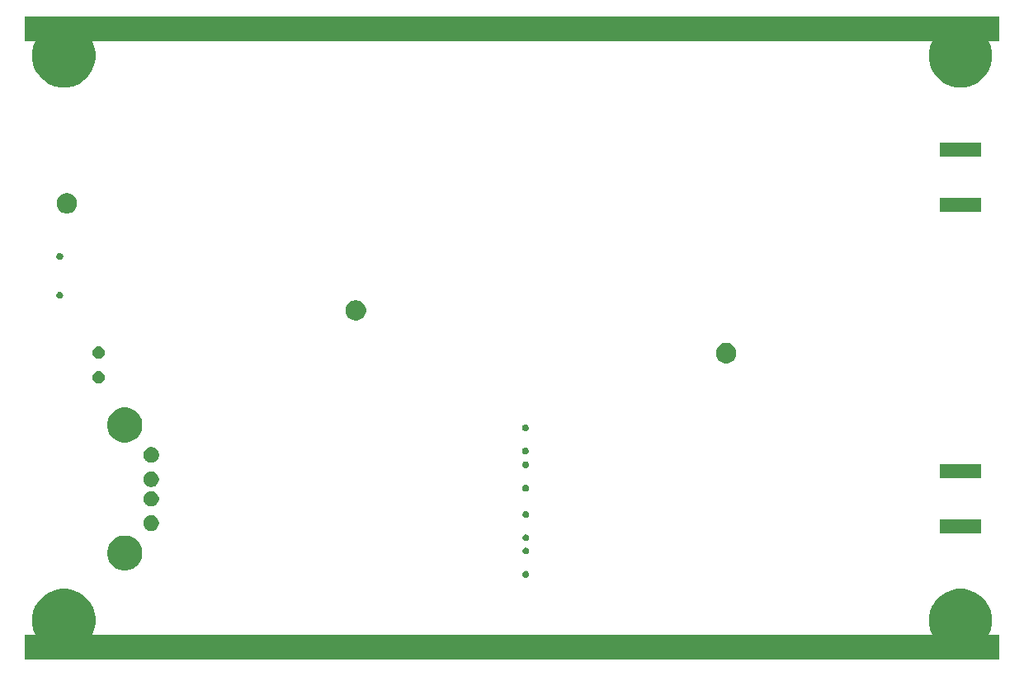
<source format=gbr>
G04 #@! TF.GenerationSoftware,KiCad,Pcbnew,(5.1.0)-1*
G04 #@! TF.CreationDate,2019-04-19T11:20:35+10:00*
G04 #@! TF.ProjectId,VNA,564e412e-6b69-4636-9164-5f7063625858,rev?*
G04 #@! TF.SameCoordinates,Original*
G04 #@! TF.FileFunction,Soldermask,Bot*
G04 #@! TF.FilePolarity,Negative*
%FSLAX46Y46*%
G04 Gerber Fmt 4.6, Leading zero omitted, Abs format (unit mm)*
G04 Created by KiCad (PCBNEW (5.1.0)-1) date 2019-04-19 11:20:35*
%MOMM*%
%LPD*%
G04 APERTURE LIST*
%ADD10C,0.100000*%
G04 APERTURE END LIST*
D10*
G36*
X95148282Y-120673934D02*
G01*
X95148285Y-120673935D01*
X95148284Y-120673935D01*
X95739923Y-120918999D01*
X95739926Y-120919001D01*
X96272392Y-121274784D01*
X96725216Y-121727608D01*
X96946327Y-122058524D01*
X97081001Y-122260077D01*
X97181463Y-122502615D01*
X97326066Y-122851718D01*
X97451000Y-123479804D01*
X97451000Y-124120196D01*
X97326066Y-124748282D01*
X97326065Y-124748284D01*
X97100400Y-125293088D01*
X97100115Y-125294026D01*
X97100019Y-125295001D01*
X97100115Y-125295976D01*
X97100400Y-125296914D01*
X97100861Y-125297778D01*
X97101483Y-125298536D01*
X97102241Y-125299158D01*
X97103105Y-125299619D01*
X97104043Y-125299904D01*
X97105018Y-125300000D01*
X183294982Y-125300000D01*
X183295957Y-125299904D01*
X183296895Y-125299619D01*
X183297759Y-125299158D01*
X183298517Y-125298536D01*
X183299139Y-125297778D01*
X183299600Y-125296914D01*
X183299885Y-125295976D01*
X183299981Y-125295001D01*
X183299885Y-125294026D01*
X183299600Y-125293088D01*
X183073935Y-124748284D01*
X183073934Y-124748282D01*
X182949000Y-124120196D01*
X182949000Y-123479804D01*
X183073934Y-122851718D01*
X183218537Y-122502615D01*
X183318999Y-122260077D01*
X183453673Y-122058524D01*
X183674784Y-121727608D01*
X184127608Y-121274784D01*
X184660074Y-120919001D01*
X184660077Y-120918999D01*
X185251716Y-120673935D01*
X185251715Y-120673935D01*
X185251718Y-120673934D01*
X185879804Y-120549000D01*
X186520196Y-120549000D01*
X187148282Y-120673934D01*
X187148285Y-120673935D01*
X187148284Y-120673935D01*
X187739923Y-120918999D01*
X187739926Y-120919001D01*
X188272392Y-121274784D01*
X188725216Y-121727608D01*
X188946327Y-122058524D01*
X189081001Y-122260077D01*
X189181463Y-122502615D01*
X189326066Y-122851718D01*
X189451000Y-123479804D01*
X189451000Y-124120196D01*
X189326066Y-124748282D01*
X189326065Y-124748284D01*
X189100400Y-125293088D01*
X189100115Y-125294026D01*
X189100019Y-125295001D01*
X189100115Y-125295976D01*
X189100400Y-125296914D01*
X189100861Y-125297778D01*
X189101483Y-125298536D01*
X189102241Y-125299158D01*
X189103105Y-125299619D01*
X189104043Y-125299904D01*
X189105018Y-125300000D01*
X190200000Y-125300000D01*
X190200000Y-127800000D01*
X90200000Y-127800000D01*
X90200000Y-125300000D01*
X91294982Y-125300000D01*
X91295957Y-125299904D01*
X91296895Y-125299619D01*
X91297759Y-125299158D01*
X91298517Y-125298536D01*
X91299139Y-125297778D01*
X91299600Y-125296914D01*
X91299885Y-125295976D01*
X91299981Y-125295001D01*
X91299885Y-125294026D01*
X91299600Y-125293088D01*
X91073935Y-124748284D01*
X91073934Y-124748282D01*
X90949000Y-124120196D01*
X90949000Y-123479804D01*
X91073934Y-122851718D01*
X91218537Y-122502615D01*
X91318999Y-122260077D01*
X91453673Y-122058524D01*
X91674784Y-121727608D01*
X92127608Y-121274784D01*
X92660074Y-120919001D01*
X92660077Y-120918999D01*
X93251716Y-120673935D01*
X93251715Y-120673935D01*
X93251718Y-120673934D01*
X93879804Y-120549000D01*
X94520196Y-120549000D01*
X95148282Y-120673934D01*
X95148282Y-120673934D01*
G37*
G36*
X141702385Y-118712488D02*
G01*
X141766262Y-118738947D01*
X141823746Y-118777357D01*
X141872643Y-118826254D01*
X141911053Y-118883738D01*
X141937512Y-118947615D01*
X141951000Y-119015429D01*
X141951000Y-119084571D01*
X141937512Y-119152385D01*
X141911053Y-119216262D01*
X141872643Y-119273746D01*
X141823746Y-119322643D01*
X141766262Y-119361053D01*
X141702385Y-119387512D01*
X141634571Y-119401000D01*
X141565429Y-119401000D01*
X141497615Y-119387512D01*
X141433738Y-119361053D01*
X141376254Y-119322643D01*
X141327357Y-119273746D01*
X141288947Y-119216262D01*
X141262488Y-119152385D01*
X141249000Y-119084571D01*
X141249000Y-119015429D01*
X141262488Y-118947615D01*
X141288947Y-118883738D01*
X141327357Y-118826254D01*
X141376254Y-118777357D01*
X141433738Y-118738947D01*
X141497615Y-118712488D01*
X141565429Y-118699000D01*
X141634571Y-118699000D01*
X141702385Y-118712488D01*
X141702385Y-118712488D01*
G37*
G36*
X100975334Y-115138212D02*
G01*
X101303090Y-115273973D01*
X101598070Y-115471072D01*
X101848928Y-115721930D01*
X102046027Y-116016910D01*
X102181788Y-116344666D01*
X102251000Y-116692617D01*
X102251000Y-117047383D01*
X102181788Y-117395334D01*
X102046027Y-117723090D01*
X101848928Y-118018070D01*
X101598070Y-118268928D01*
X101303090Y-118466027D01*
X100975334Y-118601788D01*
X100627383Y-118671000D01*
X100272617Y-118671000D01*
X99924666Y-118601788D01*
X99596910Y-118466027D01*
X99301930Y-118268928D01*
X99051072Y-118018070D01*
X98853973Y-117723090D01*
X98718212Y-117395334D01*
X98649000Y-117047383D01*
X98649000Y-116692617D01*
X98718212Y-116344666D01*
X98853973Y-116016910D01*
X99051072Y-115721930D01*
X99301930Y-115471072D01*
X99596910Y-115273973D01*
X99924666Y-115138212D01*
X100272617Y-115069000D01*
X100627383Y-115069000D01*
X100975334Y-115138212D01*
X100975334Y-115138212D01*
G37*
G36*
X141702385Y-116312488D02*
G01*
X141766262Y-116338947D01*
X141823746Y-116377357D01*
X141872643Y-116426254D01*
X141911053Y-116483738D01*
X141937512Y-116547615D01*
X141951000Y-116615429D01*
X141951000Y-116684571D01*
X141937512Y-116752385D01*
X141911053Y-116816262D01*
X141872643Y-116873746D01*
X141823746Y-116922643D01*
X141766262Y-116961053D01*
X141702385Y-116987512D01*
X141634571Y-117001000D01*
X141565429Y-117001000D01*
X141497615Y-116987512D01*
X141433738Y-116961053D01*
X141376254Y-116922643D01*
X141327357Y-116873746D01*
X141288947Y-116816262D01*
X141262488Y-116752385D01*
X141249000Y-116684571D01*
X141249000Y-116615429D01*
X141262488Y-116547615D01*
X141288947Y-116483738D01*
X141327357Y-116426254D01*
X141376254Y-116377357D01*
X141433738Y-116338947D01*
X141497615Y-116312488D01*
X141565429Y-116299000D01*
X141634571Y-116299000D01*
X141702385Y-116312488D01*
X141702385Y-116312488D01*
G37*
G36*
X141702385Y-114962488D02*
G01*
X141766262Y-114988947D01*
X141823746Y-115027357D01*
X141872643Y-115076254D01*
X141911053Y-115133738D01*
X141937512Y-115197615D01*
X141951000Y-115265429D01*
X141951000Y-115334571D01*
X141937512Y-115402385D01*
X141911053Y-115466262D01*
X141872643Y-115523746D01*
X141823746Y-115572643D01*
X141766262Y-115611053D01*
X141702385Y-115637512D01*
X141634571Y-115651000D01*
X141565429Y-115651000D01*
X141497615Y-115637512D01*
X141433738Y-115611053D01*
X141376254Y-115572643D01*
X141327357Y-115523746D01*
X141288947Y-115466262D01*
X141262488Y-115402385D01*
X141249000Y-115334571D01*
X141249000Y-115265429D01*
X141262488Y-115197615D01*
X141288947Y-115133738D01*
X141327357Y-115076254D01*
X141376254Y-115027357D01*
X141433738Y-114988947D01*
X141497615Y-114962488D01*
X141565429Y-114949000D01*
X141634571Y-114949000D01*
X141702385Y-114962488D01*
X141702385Y-114962488D01*
G37*
G36*
X188351000Y-114851000D02*
G01*
X184049000Y-114851000D01*
X184049000Y-113399000D01*
X188351000Y-113399000D01*
X188351000Y-114851000D01*
X188351000Y-114851000D01*
G37*
G36*
X103383645Y-113029782D02*
G01*
X103529413Y-113090161D01*
X103529416Y-113090163D01*
X103660608Y-113177822D01*
X103772178Y-113289392D01*
X103845415Y-113399000D01*
X103859839Y-113420587D01*
X103920218Y-113566355D01*
X103951000Y-113721108D01*
X103951000Y-113878892D01*
X103920218Y-114033645D01*
X103859839Y-114179413D01*
X103859837Y-114179416D01*
X103772178Y-114310608D01*
X103660608Y-114422178D01*
X103529416Y-114509837D01*
X103529413Y-114509839D01*
X103383645Y-114570218D01*
X103228892Y-114601000D01*
X103071108Y-114601000D01*
X102916355Y-114570218D01*
X102770587Y-114509839D01*
X102770584Y-114509837D01*
X102639392Y-114422178D01*
X102527822Y-114310608D01*
X102440163Y-114179416D01*
X102440161Y-114179413D01*
X102379782Y-114033645D01*
X102349000Y-113878892D01*
X102349000Y-113721108D01*
X102379782Y-113566355D01*
X102440161Y-113420587D01*
X102454585Y-113399000D01*
X102527822Y-113289392D01*
X102639392Y-113177822D01*
X102770584Y-113090163D01*
X102770587Y-113090161D01*
X102916355Y-113029782D01*
X103071108Y-112999000D01*
X103228892Y-112999000D01*
X103383645Y-113029782D01*
X103383645Y-113029782D01*
G37*
G36*
X141702385Y-112562488D02*
G01*
X141766262Y-112588947D01*
X141823746Y-112627357D01*
X141872643Y-112676254D01*
X141911053Y-112733738D01*
X141937512Y-112797615D01*
X141951000Y-112865429D01*
X141951000Y-112934571D01*
X141937512Y-113002385D01*
X141911053Y-113066262D01*
X141872643Y-113123746D01*
X141823746Y-113172643D01*
X141766262Y-113211053D01*
X141702385Y-113237512D01*
X141634571Y-113251000D01*
X141565429Y-113251000D01*
X141497615Y-113237512D01*
X141433738Y-113211053D01*
X141376254Y-113172643D01*
X141327357Y-113123746D01*
X141288947Y-113066262D01*
X141262488Y-113002385D01*
X141249000Y-112934571D01*
X141249000Y-112865429D01*
X141262488Y-112797615D01*
X141288947Y-112733738D01*
X141327357Y-112676254D01*
X141376254Y-112627357D01*
X141433738Y-112588947D01*
X141497615Y-112562488D01*
X141565429Y-112549000D01*
X141634571Y-112549000D01*
X141702385Y-112562488D01*
X141702385Y-112562488D01*
G37*
G36*
X103383645Y-110529782D02*
G01*
X103529413Y-110590161D01*
X103529416Y-110590163D01*
X103660608Y-110677822D01*
X103772178Y-110789392D01*
X103859837Y-110920584D01*
X103859839Y-110920587D01*
X103920218Y-111066355D01*
X103951000Y-111221108D01*
X103951000Y-111378892D01*
X103920218Y-111533645D01*
X103859839Y-111679413D01*
X103859837Y-111679416D01*
X103772178Y-111810608D01*
X103660608Y-111922178D01*
X103529416Y-112009837D01*
X103529413Y-112009839D01*
X103383645Y-112070218D01*
X103228892Y-112101000D01*
X103071108Y-112101000D01*
X102916355Y-112070218D01*
X102770587Y-112009839D01*
X102770584Y-112009837D01*
X102639392Y-111922178D01*
X102527822Y-111810608D01*
X102440163Y-111679416D01*
X102440161Y-111679413D01*
X102379782Y-111533645D01*
X102349000Y-111378892D01*
X102349000Y-111221108D01*
X102379782Y-111066355D01*
X102440161Y-110920587D01*
X102440163Y-110920584D01*
X102527822Y-110789392D01*
X102639392Y-110677822D01*
X102770584Y-110590163D01*
X102770587Y-110590161D01*
X102916355Y-110529782D01*
X103071108Y-110499000D01*
X103228892Y-110499000D01*
X103383645Y-110529782D01*
X103383645Y-110529782D01*
G37*
G36*
X141677385Y-109862488D02*
G01*
X141741262Y-109888947D01*
X141798746Y-109927357D01*
X141847643Y-109976254D01*
X141886053Y-110033738D01*
X141912512Y-110097615D01*
X141926000Y-110165429D01*
X141926000Y-110234571D01*
X141912512Y-110302385D01*
X141886053Y-110366262D01*
X141847643Y-110423746D01*
X141798746Y-110472643D01*
X141741262Y-110511053D01*
X141677385Y-110537512D01*
X141609571Y-110551000D01*
X141540429Y-110551000D01*
X141472615Y-110537512D01*
X141408738Y-110511053D01*
X141351254Y-110472643D01*
X141302357Y-110423746D01*
X141263947Y-110366262D01*
X141237488Y-110302385D01*
X141224000Y-110234571D01*
X141224000Y-110165429D01*
X141237488Y-110097615D01*
X141263947Y-110033738D01*
X141302357Y-109976254D01*
X141351254Y-109927357D01*
X141408738Y-109888947D01*
X141472615Y-109862488D01*
X141540429Y-109849000D01*
X141609571Y-109849000D01*
X141677385Y-109862488D01*
X141677385Y-109862488D01*
G37*
G36*
X103383645Y-108529782D02*
G01*
X103529413Y-108590161D01*
X103529416Y-108590163D01*
X103660608Y-108677822D01*
X103772178Y-108789392D01*
X103859837Y-108920584D01*
X103859839Y-108920587D01*
X103920218Y-109066355D01*
X103951000Y-109221108D01*
X103951000Y-109378892D01*
X103920218Y-109533645D01*
X103859839Y-109679413D01*
X103859837Y-109679416D01*
X103772178Y-109810608D01*
X103660608Y-109922178D01*
X103529416Y-110009837D01*
X103529413Y-110009839D01*
X103383645Y-110070218D01*
X103228892Y-110101000D01*
X103071108Y-110101000D01*
X102916355Y-110070218D01*
X102770587Y-110009839D01*
X102770584Y-110009837D01*
X102639392Y-109922178D01*
X102527822Y-109810608D01*
X102440163Y-109679416D01*
X102440161Y-109679413D01*
X102379782Y-109533645D01*
X102349000Y-109378892D01*
X102349000Y-109221108D01*
X102379782Y-109066355D01*
X102440161Y-108920587D01*
X102440163Y-108920584D01*
X102527822Y-108789392D01*
X102639392Y-108677822D01*
X102770584Y-108590163D01*
X102770587Y-108590161D01*
X102916355Y-108529782D01*
X103071108Y-108499000D01*
X103228892Y-108499000D01*
X103383645Y-108529782D01*
X103383645Y-108529782D01*
G37*
G36*
X188351000Y-109201000D02*
G01*
X184049000Y-109201000D01*
X184049000Y-107749000D01*
X188351000Y-107749000D01*
X188351000Y-109201000D01*
X188351000Y-109201000D01*
G37*
G36*
X141677385Y-107462488D02*
G01*
X141741262Y-107488947D01*
X141798746Y-107527357D01*
X141847643Y-107576254D01*
X141886053Y-107633738D01*
X141912512Y-107697615D01*
X141926000Y-107765429D01*
X141926000Y-107834571D01*
X141912512Y-107902385D01*
X141886053Y-107966262D01*
X141847643Y-108023746D01*
X141798746Y-108072643D01*
X141741262Y-108111053D01*
X141677385Y-108137512D01*
X141609571Y-108151000D01*
X141540429Y-108151000D01*
X141472615Y-108137512D01*
X141408738Y-108111053D01*
X141351254Y-108072643D01*
X141302357Y-108023746D01*
X141263947Y-107966262D01*
X141237488Y-107902385D01*
X141224000Y-107834571D01*
X141224000Y-107765429D01*
X141237488Y-107697615D01*
X141263947Y-107633738D01*
X141302357Y-107576254D01*
X141351254Y-107527357D01*
X141408738Y-107488947D01*
X141472615Y-107462488D01*
X141540429Y-107449000D01*
X141609571Y-107449000D01*
X141677385Y-107462488D01*
X141677385Y-107462488D01*
G37*
G36*
X103393645Y-106029782D02*
G01*
X103539413Y-106090161D01*
X103539416Y-106090163D01*
X103670608Y-106177822D01*
X103782178Y-106289392D01*
X103869837Y-106420584D01*
X103869839Y-106420587D01*
X103930218Y-106566355D01*
X103961000Y-106721108D01*
X103961000Y-106878892D01*
X103930218Y-107033645D01*
X103869839Y-107179413D01*
X103869837Y-107179416D01*
X103782178Y-107310608D01*
X103670608Y-107422178D01*
X103539416Y-107509837D01*
X103539413Y-107509839D01*
X103393645Y-107570218D01*
X103238892Y-107601000D01*
X103081108Y-107601000D01*
X102926355Y-107570218D01*
X102780587Y-107509839D01*
X102780584Y-107509837D01*
X102649392Y-107422178D01*
X102537822Y-107310608D01*
X102450163Y-107179416D01*
X102450161Y-107179413D01*
X102389782Y-107033645D01*
X102359000Y-106878892D01*
X102359000Y-106721108D01*
X102389782Y-106566355D01*
X102450161Y-106420587D01*
X102450163Y-106420584D01*
X102537822Y-106289392D01*
X102649392Y-106177822D01*
X102780584Y-106090163D01*
X102780587Y-106090161D01*
X102926355Y-106029782D01*
X103081108Y-105999000D01*
X103238892Y-105999000D01*
X103393645Y-106029782D01*
X103393645Y-106029782D01*
G37*
G36*
X141652385Y-106062488D02*
G01*
X141716262Y-106088947D01*
X141773746Y-106127357D01*
X141822643Y-106176254D01*
X141861053Y-106233738D01*
X141887512Y-106297615D01*
X141901000Y-106365429D01*
X141901000Y-106434571D01*
X141887512Y-106502385D01*
X141861053Y-106566262D01*
X141822643Y-106623746D01*
X141773746Y-106672643D01*
X141716262Y-106711053D01*
X141652385Y-106737512D01*
X141584571Y-106751000D01*
X141515429Y-106751000D01*
X141447615Y-106737512D01*
X141383738Y-106711053D01*
X141326254Y-106672643D01*
X141277357Y-106623746D01*
X141238947Y-106566262D01*
X141212488Y-106502385D01*
X141199000Y-106434571D01*
X141199000Y-106365429D01*
X141212488Y-106297615D01*
X141238947Y-106233738D01*
X141277357Y-106176254D01*
X141326254Y-106127357D01*
X141383738Y-106088947D01*
X141447615Y-106062488D01*
X141515429Y-106049000D01*
X141584571Y-106049000D01*
X141652385Y-106062488D01*
X141652385Y-106062488D01*
G37*
G36*
X100975334Y-101998212D02*
G01*
X101303090Y-102133973D01*
X101598070Y-102331072D01*
X101848928Y-102581930D01*
X102046027Y-102876910D01*
X102181788Y-103204666D01*
X102251000Y-103552617D01*
X102251000Y-103907383D01*
X102181788Y-104255334D01*
X102046027Y-104583090D01*
X101848928Y-104878070D01*
X101598070Y-105128928D01*
X101303090Y-105326027D01*
X100975334Y-105461788D01*
X100627383Y-105531000D01*
X100272617Y-105531000D01*
X99924666Y-105461788D01*
X99596910Y-105326027D01*
X99301930Y-105128928D01*
X99051072Y-104878070D01*
X98853973Y-104583090D01*
X98718212Y-104255334D01*
X98649000Y-103907383D01*
X98649000Y-103552617D01*
X98718212Y-103204666D01*
X98853973Y-102876910D01*
X99051072Y-102581930D01*
X99301930Y-102331072D01*
X99596910Y-102133973D01*
X99924666Y-101998212D01*
X100272617Y-101929000D01*
X100627383Y-101929000D01*
X100975334Y-101998212D01*
X100975334Y-101998212D01*
G37*
G36*
X141652385Y-103662488D02*
G01*
X141716262Y-103688947D01*
X141773746Y-103727357D01*
X141822643Y-103776254D01*
X141861053Y-103833738D01*
X141887512Y-103897615D01*
X141901000Y-103965429D01*
X141901000Y-104034571D01*
X141887512Y-104102385D01*
X141861053Y-104166262D01*
X141822643Y-104223746D01*
X141773746Y-104272643D01*
X141716262Y-104311053D01*
X141652385Y-104337512D01*
X141584571Y-104351000D01*
X141515429Y-104351000D01*
X141447615Y-104337512D01*
X141383738Y-104311053D01*
X141326254Y-104272643D01*
X141277357Y-104223746D01*
X141238947Y-104166262D01*
X141212488Y-104102385D01*
X141199000Y-104034571D01*
X141199000Y-103965429D01*
X141212488Y-103897615D01*
X141238947Y-103833738D01*
X141277357Y-103776254D01*
X141326254Y-103727357D01*
X141383738Y-103688947D01*
X141447615Y-103662488D01*
X141515429Y-103649000D01*
X141584571Y-103649000D01*
X141652385Y-103662488D01*
X141652385Y-103662488D01*
G37*
G36*
X97935283Y-98189210D02*
G01*
X98050877Y-98237091D01*
X98154916Y-98306608D01*
X98243392Y-98395084D01*
X98312909Y-98499123D01*
X98360790Y-98614717D01*
X98385200Y-98737438D01*
X98385200Y-98862562D01*
X98360790Y-98985283D01*
X98312909Y-99100877D01*
X98243392Y-99204916D01*
X98154916Y-99293392D01*
X98050877Y-99362909D01*
X97935283Y-99410790D01*
X97812562Y-99435200D01*
X97687438Y-99435200D01*
X97564717Y-99410790D01*
X97449123Y-99362909D01*
X97345084Y-99293392D01*
X97256608Y-99204916D01*
X97187091Y-99100877D01*
X97139210Y-98985283D01*
X97114800Y-98862562D01*
X97114800Y-98737438D01*
X97139210Y-98614717D01*
X97187091Y-98499123D01*
X97256608Y-98395084D01*
X97345084Y-98306608D01*
X97449123Y-98237091D01*
X97564717Y-98189210D01*
X97687438Y-98164800D01*
X97812562Y-98164800D01*
X97935283Y-98189210D01*
X97935283Y-98189210D01*
G37*
G36*
X162456568Y-95339389D02*
G01*
X162647832Y-95418613D01*
X162819973Y-95533635D01*
X162966365Y-95680027D01*
X163081387Y-95852168D01*
X163160611Y-96043432D01*
X163201000Y-96246485D01*
X163201000Y-96453515D01*
X163160611Y-96656568D01*
X163081387Y-96847832D01*
X162966365Y-97019973D01*
X162819973Y-97166365D01*
X162647832Y-97281387D01*
X162456568Y-97360611D01*
X162253515Y-97401000D01*
X162046485Y-97401000D01*
X161843432Y-97360611D01*
X161652168Y-97281387D01*
X161480027Y-97166365D01*
X161333635Y-97019973D01*
X161218613Y-96847832D01*
X161139389Y-96656568D01*
X161099000Y-96453515D01*
X161099000Y-96246485D01*
X161139389Y-96043432D01*
X161218613Y-95852168D01*
X161333635Y-95680027D01*
X161480027Y-95533635D01*
X161652168Y-95418613D01*
X161843432Y-95339389D01*
X162046485Y-95299000D01*
X162253515Y-95299000D01*
X162456568Y-95339389D01*
X162456568Y-95339389D01*
G37*
G36*
X97935283Y-95649210D02*
G01*
X98050877Y-95697091D01*
X98154916Y-95766608D01*
X98243392Y-95855084D01*
X98312909Y-95959123D01*
X98360790Y-96074717D01*
X98385200Y-96197438D01*
X98385200Y-96322562D01*
X98360790Y-96445283D01*
X98312909Y-96560877D01*
X98243392Y-96664916D01*
X98154916Y-96753392D01*
X98050877Y-96822909D01*
X97935283Y-96870790D01*
X97812562Y-96895200D01*
X97687438Y-96895200D01*
X97564717Y-96870790D01*
X97449123Y-96822909D01*
X97345084Y-96753392D01*
X97256608Y-96664916D01*
X97187091Y-96560877D01*
X97139210Y-96445283D01*
X97114800Y-96322562D01*
X97114800Y-96197438D01*
X97139210Y-96074717D01*
X97187091Y-95959123D01*
X97256608Y-95855084D01*
X97345084Y-95766608D01*
X97449123Y-95697091D01*
X97564717Y-95649210D01*
X97687438Y-95624800D01*
X97812562Y-95624800D01*
X97935283Y-95649210D01*
X97935283Y-95649210D01*
G37*
G36*
X124456568Y-90939389D02*
G01*
X124647832Y-91018613D01*
X124819973Y-91133635D01*
X124966365Y-91280027D01*
X125081387Y-91452168D01*
X125160611Y-91643432D01*
X125201000Y-91846485D01*
X125201000Y-92053515D01*
X125160611Y-92256568D01*
X125081387Y-92447832D01*
X124966365Y-92619973D01*
X124819973Y-92766365D01*
X124647832Y-92881387D01*
X124456568Y-92960611D01*
X124253515Y-93001000D01*
X124046485Y-93001000D01*
X123843432Y-92960611D01*
X123652168Y-92881387D01*
X123480027Y-92766365D01*
X123333635Y-92619973D01*
X123218613Y-92447832D01*
X123139389Y-92256568D01*
X123099000Y-92053515D01*
X123099000Y-91846485D01*
X123139389Y-91643432D01*
X123218613Y-91452168D01*
X123333635Y-91280027D01*
X123480027Y-91133635D01*
X123652168Y-91018613D01*
X123843432Y-90939389D01*
X124046485Y-90899000D01*
X124253515Y-90899000D01*
X124456568Y-90939389D01*
X124456568Y-90939389D01*
G37*
G36*
X93882385Y-90062488D02*
G01*
X93946262Y-90088947D01*
X94003746Y-90127357D01*
X94052643Y-90176254D01*
X94091053Y-90233738D01*
X94117512Y-90297615D01*
X94131000Y-90365429D01*
X94131000Y-90434571D01*
X94117512Y-90502385D01*
X94091053Y-90566262D01*
X94052643Y-90623746D01*
X94003746Y-90672643D01*
X93946262Y-90711053D01*
X93882385Y-90737512D01*
X93814571Y-90751000D01*
X93745429Y-90751000D01*
X93677615Y-90737512D01*
X93613738Y-90711053D01*
X93556254Y-90672643D01*
X93507357Y-90623746D01*
X93468947Y-90566262D01*
X93442488Y-90502385D01*
X93429000Y-90434571D01*
X93429000Y-90365429D01*
X93442488Y-90297615D01*
X93468947Y-90233738D01*
X93507357Y-90176254D01*
X93556254Y-90127357D01*
X93613738Y-90088947D01*
X93677615Y-90062488D01*
X93745429Y-90049000D01*
X93814571Y-90049000D01*
X93882385Y-90062488D01*
X93882385Y-90062488D01*
G37*
G36*
X93882385Y-86062488D02*
G01*
X93946262Y-86088947D01*
X94003746Y-86127357D01*
X94052643Y-86176254D01*
X94091053Y-86233738D01*
X94117512Y-86297615D01*
X94131000Y-86365429D01*
X94131000Y-86434571D01*
X94117512Y-86502385D01*
X94091053Y-86566262D01*
X94052643Y-86623746D01*
X94003746Y-86672643D01*
X93946262Y-86711053D01*
X93882385Y-86737512D01*
X93814571Y-86751000D01*
X93745429Y-86751000D01*
X93677615Y-86737512D01*
X93613738Y-86711053D01*
X93556254Y-86672643D01*
X93507357Y-86623746D01*
X93468947Y-86566262D01*
X93442488Y-86502385D01*
X93429000Y-86434571D01*
X93429000Y-86365429D01*
X93442488Y-86297615D01*
X93468947Y-86233738D01*
X93507357Y-86176254D01*
X93556254Y-86127357D01*
X93613738Y-86088947D01*
X93677615Y-86062488D01*
X93745429Y-86049000D01*
X93814571Y-86049000D01*
X93882385Y-86062488D01*
X93882385Y-86062488D01*
G37*
G36*
X94806568Y-79939389D02*
G01*
X94997832Y-80018613D01*
X95169973Y-80133635D01*
X95316365Y-80280027D01*
X95431387Y-80452168D01*
X95510611Y-80643432D01*
X95551000Y-80846485D01*
X95551000Y-81053515D01*
X95510611Y-81256568D01*
X95431387Y-81447832D01*
X95316365Y-81619973D01*
X95169973Y-81766365D01*
X94997832Y-81881387D01*
X94806568Y-81960611D01*
X94603515Y-82001000D01*
X94396485Y-82001000D01*
X94193432Y-81960611D01*
X94002168Y-81881387D01*
X93830027Y-81766365D01*
X93683635Y-81619973D01*
X93568613Y-81447832D01*
X93489389Y-81256568D01*
X93449000Y-81053515D01*
X93449000Y-80846485D01*
X93489389Y-80643432D01*
X93568613Y-80452168D01*
X93683635Y-80280027D01*
X93830027Y-80133635D01*
X94002168Y-80018613D01*
X94193432Y-79939389D01*
X94396485Y-79899000D01*
X94603515Y-79899000D01*
X94806568Y-79939389D01*
X94806568Y-79939389D01*
G37*
G36*
X188351000Y-81851000D02*
G01*
X184049000Y-81851000D01*
X184049000Y-80399000D01*
X188351000Y-80399000D01*
X188351000Y-81851000D01*
X188351000Y-81851000D01*
G37*
G36*
X188351000Y-76201000D02*
G01*
X184049000Y-76201000D01*
X184049000Y-74749000D01*
X188351000Y-74749000D01*
X188351000Y-76201000D01*
X188351000Y-76201000D01*
G37*
G36*
X190200000Y-64300000D02*
G01*
X189105018Y-64300000D01*
X189104043Y-64300096D01*
X189103105Y-64300381D01*
X189102241Y-64300842D01*
X189101483Y-64301464D01*
X189100861Y-64302222D01*
X189100400Y-64303086D01*
X189100115Y-64304024D01*
X189100019Y-64304999D01*
X189100115Y-64305974D01*
X189100400Y-64306912D01*
X189326066Y-64851718D01*
X189451000Y-65479804D01*
X189451000Y-66120196D01*
X189326066Y-66748282D01*
X189326065Y-66748284D01*
X189081001Y-67339923D01*
X189080999Y-67339926D01*
X188725216Y-67872392D01*
X188272392Y-68325216D01*
X187861642Y-68599671D01*
X187739923Y-68681001D01*
X187257559Y-68880802D01*
X187148282Y-68926066D01*
X186520196Y-69051000D01*
X185879804Y-69051000D01*
X185251718Y-68926066D01*
X185142441Y-68880802D01*
X184660077Y-68681001D01*
X184538358Y-68599671D01*
X184127608Y-68325216D01*
X183674784Y-67872392D01*
X183319001Y-67339926D01*
X183318999Y-67339923D01*
X183073935Y-66748284D01*
X183073934Y-66748282D01*
X182949000Y-66120196D01*
X182949000Y-65479804D01*
X183073934Y-64851718D01*
X183299600Y-64306912D01*
X183299885Y-64305974D01*
X183299981Y-64304999D01*
X183299885Y-64304024D01*
X183299600Y-64303086D01*
X183299139Y-64302222D01*
X183298517Y-64301464D01*
X183297759Y-64300842D01*
X183296895Y-64300381D01*
X183295957Y-64300096D01*
X183294982Y-64300000D01*
X97105018Y-64300000D01*
X97104043Y-64300096D01*
X97103105Y-64300381D01*
X97102241Y-64300842D01*
X97101483Y-64301464D01*
X97100861Y-64302222D01*
X97100400Y-64303086D01*
X97100115Y-64304024D01*
X97100019Y-64304999D01*
X97100115Y-64305974D01*
X97100400Y-64306912D01*
X97326066Y-64851718D01*
X97451000Y-65479804D01*
X97451000Y-66120196D01*
X97326066Y-66748282D01*
X97326065Y-66748284D01*
X97081001Y-67339923D01*
X97080999Y-67339926D01*
X96725216Y-67872392D01*
X96272392Y-68325216D01*
X95861642Y-68599671D01*
X95739923Y-68681001D01*
X95257559Y-68880802D01*
X95148282Y-68926066D01*
X94520196Y-69051000D01*
X93879804Y-69051000D01*
X93251718Y-68926066D01*
X93142441Y-68880802D01*
X92660077Y-68681001D01*
X92538358Y-68599671D01*
X92127608Y-68325216D01*
X91674784Y-67872392D01*
X91319001Y-67339926D01*
X91318999Y-67339923D01*
X91073935Y-66748284D01*
X91073934Y-66748282D01*
X90949000Y-66120196D01*
X90949000Y-65479804D01*
X91073934Y-64851718D01*
X91299600Y-64306912D01*
X91299885Y-64305974D01*
X91299981Y-64304999D01*
X91299885Y-64304024D01*
X91299600Y-64303086D01*
X91299139Y-64302222D01*
X91298517Y-64301464D01*
X91297759Y-64300842D01*
X91296895Y-64300381D01*
X91295957Y-64300096D01*
X91294982Y-64300000D01*
X90200000Y-64300000D01*
X90200000Y-61800000D01*
X190200000Y-61800000D01*
X190200000Y-64300000D01*
X190200000Y-64300000D01*
G37*
M02*

</source>
